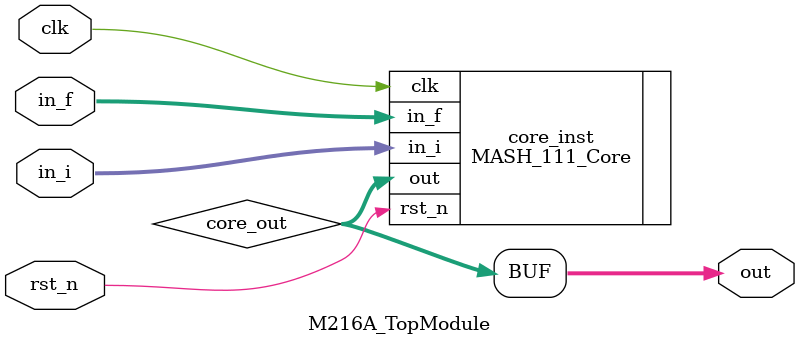
<source format=v>

module M216A_TopModule ( 
    in_i,
    in_f,
    clk,
    rst_n,
    out
    );

////////////////////////////////////////////////////////////////
//  Inputs & Outputs
input   [3:0]   in_i;
input   [15:0]  in_f;
input           clk;
input           rst_n;

output  [3:0]  out;

////////////////////////////////////////////////////////////////
// Wiring
wire [3:0]   core_out;


////////////////////////////////////////////////////////////////
//Instantiate the core module
MASH_111_Core core_inst (
    .in_i (in_i),
    .in_f (in_f),
    .clk (clk),
    .rst_n (rst_n),
    .out (core_out)
);

assign out = core_out;

endmodule
</source>
